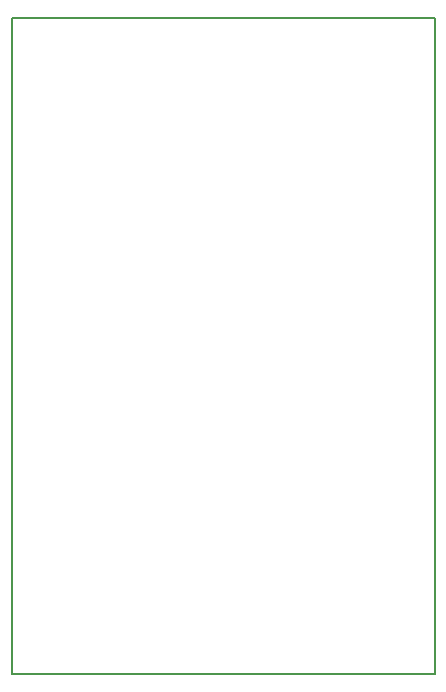
<source format=gm1>
G04 MADE WITH FRITZING*
G04 WWW.FRITZING.ORG*
G04 DOUBLE SIDED*
G04 HOLES PLATED*
G04 CONTOUR ON CENTER OF CONTOUR VECTOR*
%ASAXBY*%
%FSLAX23Y23*%
%MOIN*%
%OFA0B0*%
%SFA1.0B1.0*%
%ADD10R,1.416500X2.196040*%
%ADD11C,0.008000*%
%ADD10C,0.008*%
%LNCONTOUR*%
G90*
G70*
G54D10*
G54D11*
X4Y2192D02*
X1413Y2192D01*
X1413Y4D01*
X4Y4D01*
X4Y2192D01*
D02*
G04 End of contour*
M02*
</source>
